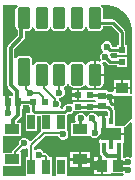
<source format=gtl>
G04*
G04 #@! TF.GenerationSoftware,Altium Limited,Altium Designer,23.7.1 (13)*
G04*
G04 Layer_Physical_Order=1*
G04 Layer_Color=255*
%FSLAX44Y44*%
%MOMM*%
G71*
G04*
G04 #@! TF.SameCoordinates,F8D9F08E-B769-4134-93EA-345A9FB672EF*
G04*
G04*
G04 #@! TF.FilePolarity,Positive*
G04*
G01*
G75*
%ADD12C,0.2000*%
%ADD13C,0.1500*%
%ADD15R,1.2500X0.8500*%
%ADD16R,0.6500X1.2500*%
G04:AMPARAMS|DCode=17|XSize=2.4mm|YSize=1.1mm|CornerRadius=0.275mm|HoleSize=0mm|Usage=FLASHONLY|Rotation=90.000|XOffset=0mm|YOffset=0mm|HoleType=Round|Shape=RoundedRectangle|*
%AMROUNDEDRECTD17*
21,1,2.4000,0.5500,0,0,90.0*
21,1,1.8500,1.1000,0,0,90.0*
1,1,0.5500,0.2750,0.9250*
1,1,0.5500,0.2750,-0.9250*
1,1,0.5500,-0.2750,-0.9250*
1,1,0.5500,-0.2750,0.9250*
%
%ADD17ROUNDEDRECTD17*%
G04:AMPARAMS|DCode=18|XSize=1.9mm|YSize=1.1mm|CornerRadius=0.275mm|HoleSize=0mm|Usage=FLASHONLY|Rotation=90.000|XOffset=0mm|YOffset=0mm|HoleType=Round|Shape=RoundedRectangle|*
%AMROUNDEDRECTD18*
21,1,1.9000,0.5500,0,0,90.0*
21,1,1.3500,1.1000,0,0,90.0*
1,1,0.5500,0.2750,0.6750*
1,1,0.5500,0.2750,-0.6750*
1,1,0.5500,-0.2750,-0.6750*
1,1,0.5500,-0.2750,0.6750*
%
%ADD18ROUNDEDRECTD18*%
%ADD19R,0.6000X0.6400*%
%ADD20R,0.6000X0.5000*%
%ADD21R,1.7000X1.1000*%
%ADD22R,0.3500X0.6000*%
%ADD23R,0.6400X0.6000*%
%ADD24R,0.9000X1.0000*%
%ADD25R,1.0000X0.9000*%
%ADD26R,0.5000X0.6000*%
%ADD39C,0.2540*%
%ADD40C,0.3000*%
%ADD41C,0.6000*%
G36*
X103265Y146573D02*
X107424Y144851D01*
X111167Y142350D01*
X114350Y139167D01*
X116850Y135424D01*
X118573Y131265D01*
X119451Y126851D01*
Y124600D01*
Y71624D01*
X118000D01*
Y75750D01*
X104000D01*
Y74003D01*
X102730Y73154D01*
X101895Y73500D01*
X100105D01*
X99756Y73355D01*
X98700Y74061D01*
Y74900D01*
X89300D01*
Y74900D01*
X88500Y75000D01*
Y75000D01*
X80063D01*
X79000Y75500D01*
X78437Y75500D01*
X75000D01*
Y71000D01*
Y66500D01*
X79000D01*
X80063Y67000D01*
X80270D01*
X88500D01*
X89300Y66061D01*
Y65939D01*
X88500Y65000D01*
X79500D01*
Y65000D01*
X78500D01*
Y65000D01*
X69500D01*
Y63523D01*
X68230Y62947D01*
X66895Y63500D01*
X65105D01*
X63451Y62815D01*
X62185Y61549D01*
X61500Y59895D01*
Y59430D01*
X61164Y59094D01*
X59254D01*
X58728Y60364D01*
X58815Y60451D01*
X59500Y62105D01*
Y63895D01*
X58815Y65549D01*
X57549Y66815D01*
X57946Y68025D01*
X58335Y68500D01*
X58895D01*
X60549Y69185D01*
X61815Y70451D01*
X62500Y72105D01*
Y73895D01*
X61815Y75549D01*
X61578Y75786D01*
X61996Y77165D01*
X62408Y77247D01*
X63814Y78186D01*
X64753Y79592D01*
X64853Y80090D01*
X66147D01*
X66247Y79592D01*
X67186Y78186D01*
X68592Y77247D01*
X70250Y76917D01*
X75750D01*
X77408Y77247D01*
X78814Y78186D01*
X79513Y79233D01*
X80079Y79306D01*
X80766Y79250D01*
X80905Y79203D01*
X81826Y77825D01*
X83397Y76776D01*
X85250Y76407D01*
X87000D01*
Y88000D01*
Y99593D01*
X85250D01*
X83397Y99224D01*
X81826Y98174D01*
X80905Y96797D01*
X80766Y96750D01*
X80079Y96694D01*
X79513Y96768D01*
X78814Y97814D01*
X77408Y98753D01*
X75750Y99083D01*
X70250D01*
X68592Y98753D01*
X67186Y97814D01*
X66247Y96408D01*
X66147Y95910D01*
X64853D01*
X64753Y96408D01*
X63814Y97814D01*
X62408Y98753D01*
X60750Y99083D01*
X55250D01*
X53592Y98753D01*
X52186Y97814D01*
X51247Y96408D01*
X51147Y95910D01*
X49853D01*
X49753Y96408D01*
X48814Y97814D01*
X47408Y98753D01*
X45750Y99083D01*
X40250D01*
X38592Y98753D01*
X37186Y97814D01*
X36353Y96568D01*
X35737Y96571D01*
X35083Y96779D01*
Y99750D01*
X34753Y101408D01*
X33814Y102814D01*
X32408Y103753D01*
X30750Y104083D01*
X25250D01*
X23592Y103753D01*
X22186Y102814D01*
X22000Y102536D01*
X20273Y102238D01*
X20059Y102396D01*
Y109733D01*
X28163Y117837D01*
X28163Y117837D01*
X28826Y118829D01*
X29059Y120000D01*
X29059Y120000D01*
Y124917D01*
X30750D01*
X32408Y125247D01*
X33814Y126186D01*
X34753Y127592D01*
X34853Y128090D01*
X36147D01*
X36247Y127592D01*
X37186Y126186D01*
X38592Y125247D01*
X40250Y124917D01*
X45750D01*
X47408Y125247D01*
X48814Y126186D01*
X49753Y127592D01*
X49853Y128090D01*
X51147D01*
X51247Y127592D01*
X52186Y126186D01*
X53592Y125247D01*
X55250Y124917D01*
X60750D01*
X62408Y125247D01*
X63814Y126186D01*
X64753Y127592D01*
X64853Y128090D01*
X66147D01*
X66247Y127592D01*
X67186Y126186D01*
X68592Y125247D01*
X70250Y124917D01*
X75750D01*
X77408Y125247D01*
X78814Y126186D01*
X79753Y127592D01*
X79853Y128090D01*
X81147D01*
X81247Y127592D01*
X82186Y126186D01*
X83592Y125247D01*
X85250Y124917D01*
X90750D01*
X92408Y125247D01*
X93814Y126186D01*
X94753Y127592D01*
X95069Y129176D01*
X102115D01*
X108176Y123115D01*
Y113000D01*
X106500D01*
Y111824D01*
X102626D01*
Y112719D01*
X101940Y114373D01*
X100674Y115639D01*
X99021Y116324D01*
X97230D01*
X95576Y115639D01*
X94311Y114373D01*
X93625Y112719D01*
Y110929D01*
X94311Y109275D01*
X95119Y108466D01*
X94923Y107016D01*
X94918Y107008D01*
X94451Y106815D01*
X93185Y105549D01*
X92500Y103895D01*
Y102105D01*
X93185Y100451D01*
X93450Y100186D01*
X92640Y99200D01*
X92603Y99224D01*
X90750Y99593D01*
X89000D01*
Y89000D01*
X95593D01*
Y94750D01*
X95224Y96603D01*
X94405Y97829D01*
X95247Y98855D01*
X96105Y98500D01*
X97506D01*
X99003Y97003D01*
X99003Y97003D01*
X99919Y96391D01*
X101000Y96176D01*
X106500D01*
Y95000D01*
X115500D01*
Y103000D01*
X106500D01*
Y101824D01*
X102170D01*
X101500Y102494D01*
Y103895D01*
X101069Y104935D01*
X101120Y105166D01*
X101848Y106176D01*
X106500D01*
Y105000D01*
X115500D01*
Y113000D01*
X113824D01*
Y124285D01*
X113824Y124285D01*
X113609Y125366D01*
X112997Y126282D01*
X105282Y133997D01*
X104366Y134609D01*
X103285Y134824D01*
X103285Y134824D01*
X95083D01*
Y142750D01*
X94753Y144408D01*
X93814Y145814D01*
X93265Y146181D01*
X93650Y147451D01*
X98851D01*
X103265Y146573D01*
D02*
G37*
G36*
X22735Y146181D02*
X22186Y145814D01*
X21247Y144408D01*
X20917Y142750D01*
Y129250D01*
X21247Y127592D01*
X22186Y126186D01*
X22941Y125681D01*
Y121267D01*
X14837Y113163D01*
X14174Y112170D01*
X13941Y111000D01*
X13941Y111000D01*
Y79132D01*
X13941Y79132D01*
X14174Y77961D01*
X14837Y76969D01*
X18873Y72933D01*
Y70200D01*
X15200D01*
Y65000D01*
X13200D01*
Y70200D01*
X10549D01*
Y147451D01*
X22350D01*
X22735Y146181D01*
D02*
G37*
G36*
X98700Y57100D02*
X99176Y56027D01*
Y53500D01*
X96500D01*
Y48500D01*
X94500D01*
Y53500D01*
X91750D01*
Y51943D01*
X90500Y51895D01*
X89815Y53549D01*
X88549Y54815D01*
X86895Y55500D01*
X85105D01*
X83451Y54815D01*
X82185Y53549D01*
X81673Y52313D01*
X80327D01*
X79815Y53549D01*
X78549Y54815D01*
X76895Y55500D01*
X75105D01*
X73451Y54815D01*
X72185Y53549D01*
X71500Y51895D01*
Y50105D01*
X72074Y48720D01*
X71689Y47826D01*
X71390Y47450D01*
X68000D01*
Y35950D01*
X83500D01*
X83500Y35950D01*
X84731Y35855D01*
X85763Y34823D01*
X87417Y34137D01*
X89207D01*
X90230Y34561D01*
X91500Y33802D01*
Y30500D01*
X92250D01*
Y23000D01*
X92250D01*
X92610Y21879D01*
X92731Y21272D01*
X93394Y20280D01*
X94501Y19173D01*
X94015Y18000D01*
X87750D01*
Y12000D01*
X94250D01*
Y11000D01*
X95250D01*
Y4000D01*
X100750D01*
Y4000D01*
X101750Y4500D01*
X111839D01*
X112396Y3776D01*
X111845Y2549D01*
X64450D01*
Y18000D01*
X54950D01*
Y2549D01*
X51750D01*
Y18000D01*
X49470D01*
Y18328D01*
X49276Y19304D01*
X48724Y20131D01*
X47514Y21341D01*
X46687Y21893D01*
X45711Y22087D01*
X44632D01*
X44315Y22853D01*
X43049Y24119D01*
X41395Y24804D01*
X39605D01*
X38119Y24188D01*
X36849Y24676D01*
Y27244D01*
X46056Y36451D01*
X56868D01*
X57489Y34951D01*
X58755Y33685D01*
X60409Y33000D01*
X62199D01*
X63853Y33685D01*
X65119Y34951D01*
X65804Y36605D01*
Y38395D01*
X65119Y40049D01*
X64450Y40718D01*
Y53397D01*
X65105Y54500D01*
X66895D01*
X68549Y55185D01*
X69815Y56451D01*
X70042Y57000D01*
X78500D01*
Y57000D01*
X79500D01*
Y57000D01*
X88071D01*
X88500Y57000D01*
Y57000D01*
X89300Y57100D01*
Y57100D01*
X98700D01*
D02*
G37*
G36*
X119451Y51451D02*
X113000Y45000D01*
X105250D01*
Y53000D01*
X104824D01*
Y58000D01*
X104824Y58000D01*
X104609Y59081D01*
X104000Y59993D01*
Y70000D01*
X119451D01*
Y51451D01*
D02*
G37*
G36*
X32000Y60500D02*
X33176D01*
Y57758D01*
X33176Y57758D01*
X33372Y56770D01*
X33364Y56634D01*
X32650Y55500D01*
X29550D01*
Y40000D01*
X39050D01*
Y53446D01*
X42250D01*
Y40000D01*
X42250Y40000D01*
X42250D01*
X41487Y39092D01*
X33977Y31582D01*
X32479Y31880D01*
X32184Y32592D01*
X30918Y33858D01*
X29264Y34543D01*
X27474D01*
X25820Y33858D01*
X24554Y32592D01*
X23869Y30938D01*
Y29148D01*
X23869Y29148D01*
X18902Y24181D01*
X18349Y23354D01*
X18155Y22378D01*
Y22050D01*
X10549D01*
Y35950D01*
X26000D01*
Y47450D01*
X22059D01*
Y48733D01*
X25463Y52137D01*
X25463Y52137D01*
X26126Y53129D01*
X26359Y54300D01*
Y58708D01*
X26359Y58708D01*
X26295Y59030D01*
X27256Y60300D01*
X27500D01*
Y62176D01*
X32000D01*
Y60500D01*
D02*
G37*
G36*
X31751Y25402D02*
Y18000D01*
X29550D01*
Y2549D01*
X10549D01*
Y10550D01*
X26000D01*
Y22050D01*
X25640D01*
X25154Y23223D01*
X27474Y25543D01*
X27474Y25543D01*
X29264D01*
X30481Y26047D01*
X31751Y25402D01*
D02*
G37*
G36*
X119451Y47496D02*
Y18572D01*
X118181Y17967D01*
X116895Y18500D01*
X115105D01*
X113451Y17815D01*
X113136Y17500D01*
X111559D01*
Y23000D01*
X111750D01*
Y30500D01*
X112500D01*
Y37000D01*
X102000D01*
Y39000D01*
X112500D01*
Y43376D01*
X113000D01*
X114148Y43852D01*
X118278Y47982D01*
X119451Y47496D01*
D02*
G37*
%LPC*%
G36*
X118000Y83250D02*
X112000D01*
Y77750D01*
X118000D01*
Y83250D01*
D02*
G37*
G36*
X110000D02*
X104000D01*
Y77750D01*
X110000D01*
Y83250D01*
D02*
G37*
G36*
X95593Y87000D02*
X89000D01*
Y76407D01*
X90750D01*
X92603Y76776D01*
X94174Y77825D01*
X95224Y79397D01*
X95593Y81250D01*
Y87000D01*
D02*
G37*
G36*
X73000Y75500D02*
X69000D01*
Y72000D01*
X73000D01*
Y75500D01*
D02*
G37*
G36*
Y70000D02*
X69000D01*
Y66500D01*
X73000D01*
Y70000D01*
D02*
G37*
G36*
X84000Y22550D02*
X76750D01*
Y17300D01*
X84000D01*
Y22550D01*
D02*
G37*
G36*
X74750D02*
X67500D01*
Y17300D01*
X74750D01*
Y22550D01*
D02*
G37*
G36*
X84000Y15300D02*
X76750D01*
Y10050D01*
X84000D01*
Y15300D01*
D02*
G37*
G36*
X74750D02*
X67500D01*
Y10050D01*
X74750D01*
Y15300D01*
D02*
G37*
G36*
X93250Y10000D02*
X87750D01*
Y4000D01*
X93250D01*
Y10000D01*
D02*
G37*
%LPD*%
D12*
X34300Y10250D02*
Y28300D01*
X45000Y39000D02*
X58721D01*
X34300Y28300D02*
X45000Y39000D01*
X60221Y37500D02*
X61304D01*
X58721Y39000D02*
X60221Y37500D01*
X45316Y76684D02*
X54757Y67243D01*
Y63243D02*
Y67243D01*
Y63243D02*
X55000Y63000D01*
X43000Y88000D02*
X45316Y85684D01*
Y76684D02*
Y85684D01*
X33000Y73000D02*
X41000D01*
X44629Y66371D02*
X46000Y65000D01*
X44629Y66371D02*
Y69371D01*
X41000Y73000D02*
X44629Y69371D01*
X18250Y16300D02*
X20704Y18754D01*
Y22378D01*
X46921Y10329D02*
X47000Y10250D01*
X46921Y10329D02*
Y18328D01*
X45711Y19539D02*
X46921Y18328D01*
X41265Y19539D02*
X45711D01*
X40500Y20304D02*
X41265Y19539D01*
X20704Y22378D02*
X28369Y30043D01*
X43000Y88000D02*
X43000Y88000D01*
X28000Y90500D02*
X29778Y88722D01*
Y76222D02*
X33000Y73000D01*
X29778Y76222D02*
Y88722D01*
D13*
X58000Y73000D02*
Y88000D01*
D15*
X18250Y16300D02*
D03*
X75750D02*
D03*
Y41700D02*
D03*
X18250D02*
D03*
D16*
X34300Y10250D02*
D03*
X47000D02*
D03*
X59700D02*
D03*
Y47750D02*
D03*
X47000D02*
D03*
X34300D02*
D03*
D17*
X28000Y90500D02*
D03*
D18*
X43000Y88000D02*
D03*
X58000D02*
D03*
X73000D02*
D03*
X88000D02*
D03*
Y136000D02*
D03*
X73000D02*
D03*
X58000D02*
D03*
X43000D02*
D03*
X28000D02*
D03*
D19*
X23000Y65000D02*
D03*
X14200D02*
D03*
D20*
X74000Y71000D02*
D03*
Y61000D02*
D03*
X84000D02*
D03*
Y71000D02*
D03*
X111000Y99000D02*
D03*
Y109000D02*
D03*
D21*
X102000Y38000D02*
D03*
D22*
X108500Y27500D02*
D03*
X102000D02*
D03*
X95500D02*
D03*
Y48500D02*
D03*
X102000D02*
D03*
X108500D02*
D03*
D23*
X94000Y70400D02*
D03*
Y61600D02*
D03*
D24*
X94250Y11000D02*
D03*
X107750D02*
D03*
D25*
X111000Y76750D02*
D03*
Y63250D02*
D03*
D26*
X36000Y65000D02*
D03*
X46000D02*
D03*
D39*
X101000Y69000D02*
X101205Y68795D01*
X100338Y69662D02*
X101000Y69000D01*
X106000D01*
X36000Y57758D02*
X37488Y56270D01*
X65064Y59000D02*
X66000D01*
X62334Y56270D02*
X65064Y59000D01*
X37488Y56270D02*
X62334D01*
X36000Y57758D02*
Y65000D01*
X75750Y41700D02*
Y50750D01*
X76000Y51000D01*
X24500Y65000D02*
X36000D01*
X24500Y65000D02*
X24500Y65000D01*
X94738Y69662D02*
X100338D01*
X93700Y70700D02*
X94738Y69662D01*
X84300Y70700D02*
X93700D01*
X111000Y109000D02*
Y124285D01*
X103285Y132000D02*
X111000Y124285D01*
X92000Y132000D02*
X103285D01*
X88000Y136000D02*
X92000Y132000D01*
X102000Y48500D02*
Y58000D01*
X94000Y61600D02*
X95054Y60546D01*
X99454D01*
X102000Y58000D01*
X101205Y64840D02*
X102693Y63352D01*
X110898D01*
X101205Y64840D02*
Y68795D01*
X86000Y50094D02*
Y51000D01*
X88312Y38637D02*
Y47782D01*
X86000Y50094D02*
X88312Y47782D01*
X101343Y109000D02*
X111000D01*
X98125Y111824D02*
X98519D01*
X101343Y109000D01*
X97000Y103000D02*
X101000Y99000D01*
X111000D01*
X111000Y109000D02*
X111000Y109000D01*
X84000Y71000D02*
X84300Y70700D01*
X93700Y61300D02*
X94000Y61600D01*
X84300Y61300D02*
X93700D01*
X84000Y61000D02*
X84300Y61300D01*
X74000Y61000D02*
X84000D01*
D40*
X76793Y15257D02*
X84743D01*
X18250Y41700D02*
X19000Y42450D01*
Y50000D01*
X75750Y7521D02*
Y16300D01*
X76793Y15257D01*
X75750Y7521D02*
X77000Y6271D01*
Y6000D02*
Y6271D01*
X23000Y59008D02*
Y65000D01*
Y59008D02*
X23300Y58708D01*
Y54300D02*
Y58708D01*
X19000Y50000D02*
X23300Y54300D01*
X87007Y12993D02*
X92257D01*
X84743Y15257D02*
X87007Y12993D01*
X14200Y57612D02*
Y65000D01*
Y57612D02*
X15000Y56812D01*
Y56000D02*
Y56812D01*
X14064Y65136D02*
X14200Y65000D01*
X14064Y65136D02*
Y72936D01*
X14000Y73000D02*
X14064Y72936D01*
X21932Y66069D02*
Y74200D01*
Y66069D02*
X23000Y65000D01*
X17000Y79132D02*
X21932Y74200D01*
X26000Y134000D02*
X28000Y136000D01*
X26000Y120000D02*
Y134000D01*
X17000Y111000D02*
X26000Y120000D01*
X17000Y79132D02*
Y111000D01*
X98375Y19625D02*
X108500D01*
X95557Y22443D02*
X98375Y19625D01*
X98250Y39250D02*
X99500Y38000D01*
X95500Y42000D02*
X98250Y39250D01*
X88574Y22426D02*
Y25238D01*
X88000Y25812D02*
X88574Y25238D01*
X88000Y25812D02*
X90000Y27812D01*
X88574Y22426D02*
X92257Y18743D01*
X90000Y32547D02*
X94453Y37000D01*
X92257Y12993D02*
X94250Y11000D01*
X90000Y27812D02*
Y32547D01*
X92257Y12993D02*
Y18743D01*
X91250Y9007D02*
X92257Y10015D01*
X84000Y6000D02*
X87007Y9007D01*
X91250D01*
X92257Y12993D02*
X94250Y11000D01*
X77000Y6000D02*
X84000D01*
X92257Y10015D02*
Y12993D01*
X94453Y37000D02*
X96000D01*
X97000Y38000D01*
X65000Y71000D02*
X74000D01*
X65000Y71000D02*
X65000Y71000D01*
X95500Y27500D02*
X95557Y27443D01*
Y22443D02*
Y27443D01*
X99500Y38000D02*
X102000D01*
X95500Y42000D02*
Y48500D01*
X102000Y27500D02*
Y38000D01*
X110750Y7839D02*
X114890D01*
X115729Y7000D01*
X116000D01*
X107750Y10840D02*
Y11000D01*
Y10840D02*
X110750Y7839D01*
X108500Y11750D02*
X110410Y13661D01*
X115390D02*
X115729Y14000D01*
X110410Y13661D02*
X115390D01*
X115729Y14000D02*
X116000D01*
X108500Y19625D02*
Y27500D01*
Y11750D02*
Y19625D01*
X107750Y11000D02*
X108500Y11750D01*
D41*
X50000Y32000D02*
D03*
X55000Y63000D02*
D03*
X58000Y73000D02*
D03*
X66000Y59000D02*
D03*
X15000Y56000D02*
D03*
X14000Y73000D02*
D03*
X33000D02*
D03*
X101000Y69000D02*
D03*
X40500Y20304D02*
D03*
X61304Y37500D02*
D03*
X88312Y38637D02*
D03*
X86000Y51000D02*
D03*
X98125Y111824D02*
D03*
X88000Y25812D02*
D03*
X49000Y105000D02*
D03*
X16000Y140000D02*
D03*
Y29000D02*
D03*
X24000Y6000D02*
D03*
X77000D02*
D03*
X107000Y38000D02*
D03*
X97000D02*
D03*
X81000Y113000D02*
D03*
X112000Y90000D02*
D03*
X101000D02*
D03*
X99000Y120000D02*
D03*
X104000Y139334D02*
D03*
X71000Y105000D02*
D03*
X35000Y119000D02*
D03*
X28369Y30043D02*
D03*
X65000Y71000D02*
D03*
X97000Y103000D02*
D03*
X76000Y51000D02*
D03*
X116000Y7000D02*
D03*
Y14000D02*
D03*
M02*

</source>
